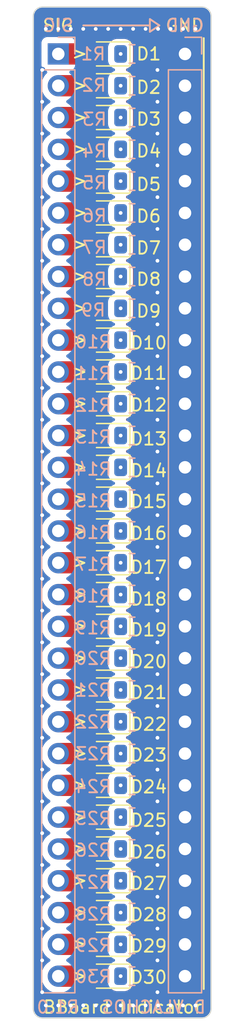
<source format=kicad_pcb>
(kicad_pcb (version 20221018) (generator pcbnew)
  (layers (0 "F.Cu" signal) (31 "B.Cu" signal) (34 "B.Paste" user) (35 "F.Paste" user) (36 "B.SilkS" user "B.Silkscreen") (37 "F.SilkS" user "F.Silkscreen") (38 "B.Mask" user) (39 "F.Mask" user) (44 "Edge.Cuts" user))
  (net 0 "")
  (net 1 "Net-(D1-K)")
  (net 2 "Net-(D1-A)")
  (net 3 "GND")
  (net 4 "Net-(D2-K)")
  (net 5 "Net-(D2-A)")
  (net 6 "Net-(D3-K)")
  (net 7 "Net-(D3-A)")
  (net 8 "Net-(D4-K)")
  (net 9 "Net-(D4-A)")
  (net 10 "Net-(D5-K)")
  (net 11 "Net-(D5-A)")
  (net 12 "Net-(D6-K)")
  (net 13 "Net-(D6-A)")
  (net 14 "Net-(D7-K)")
  (net 15 "Net-(D7-A)")
  (net 16 "Net-(D8-K)")
  (net 17 "Net-(D8-A)")
  (net 18 "Net-(D9-K)")
  (net 19 "Net-(D9-A)")
  (net 20 "Net-(D10-K)")
  (net 21 "Net-(D10-A)")
  (net 22 "Net-(D11-K)")
  (net 23 "Net-(D11-A)")
  (net 24 "Net-(D12-K)")
  (net 25 "Net-(D12-A)")
  (net 26 "Net-(D13-K)")
  (net 27 "Net-(D13-A)")
  (net 28 "Net-(D14-K)")
  (net 29 "Net-(D14-A)")
  (net 30 "Net-(D15-K)")
  (net 31 "Net-(D15-A)")
  (net 32 "Net-(D16-K)")
  (net 33 "Net-(D16-A)")
  (net 34 "Net-(D17-K)")
  (net 35 "Net-(D17-A)")
  (net 36 "Net-(D18-K)")
  (net 37 "Net-(D18-A)")
  (net 38 "Net-(D19-K)")
  (net 39 "Net-(D19-A)")
  (net 40 "Net-(D20-K)")
  (net 41 "Net-(D20-A)")
  (net 42 "Net-(D21-K)")
  (net 43 "Net-(D21-A)")
  (net 44 "Net-(D22-K)")
  (net 45 "Net-(D22-A)")
  (net 46 "Net-(D23-K)")
  (net 47 "Net-(D23-A)")
  (net 48 "Net-(D24-K)")
  (net 49 "Net-(D24-A)")
  (net 50 "Net-(D25-K)")
  (net 51 "Net-(D25-A)")
  (net 52 "Net-(D26-K)")
  (net 53 "Net-(D26-A)")
  (net 54 "Net-(D27-K)")
  (net 55 "Net-(D27-A)")
  (net 56 "Net-(D28-K)")
  (net 57 "Net-(D28-A)")
  (net 58 "Net-(D29-K)")
  (net 59 "Net-(D29-A)")
  (net 60 "Net-(D30-K)")
  (net 61 "Net-(D30-A)")
  (footprint "LED_SMD:LED_0805_2012Metric" (layer "F.Cu") (at 104.0625 130.96 180)
    (fp_text reference "D25")
    (fp_text value "LED")
  )
  (footprint "LED_SMD:LED_0805_2012Metric" (layer "F.Cu") (at 104.0625 85.24 180)
    (fp_text reference "D7")
    (fp_text value "LED")
  )
  (footprint "LED_SMD:LED_0805_2012Metric" (layer "F.Cu") (at 104.0625 128.42 180)
    (fp_text reference "D24")
    (fp_text value "LED")
  )
  (footprint "LED_SMD:LED_0805_2012Metric" (layer "F.Cu") (at 104.0625 125.88 180)
    (fp_text reference "D23")
    (fp_text value "LED")
  )
  (footprint "LED_SMD:LED_0805_2012Metric" (layer "F.Cu") (at 104.0625 80.16 180)
    (fp_text reference "D5")
    (fp_text value "LED")
  )
  (footprint "LED_SMD:LED_0805_2012Metric" (layer "F.Cu") (at 104.0625 110.64 180)
    (fp_text reference "D17")
    (fp_text value "LED")
  )
  (footprint "LED_SMD:LED_0805_2012Metric" (layer "F.Cu") (at 104.0625 87.78 180)
    (fp_text reference "D8")
    (fp_text value "LED")
  )
  (footprint "LED_SMD:LED_0805_2012Metric" (layer "F.Cu") (at 104.0625 72.54 180)
    (fp_text reference "D2")
    (fp_text value "LED")
  )
  (footprint "LED_SMD:LED_0805_2012Metric" (layer "F.Cu") (at 104.0625 143.66 180)
    (fp_text reference "D30")
    (fp_text value "LED")
  )
  (footprint "LED_SMD:LED_0805_2012Metric" (layer "F.Cu") (at 104.0625 138.58 180)
    (fp_text reference "D28")
    (fp_text value "LED")
  )
  (footprint "LED_SMD:LED_0805_2012Metric" (layer "F.Cu") (at 104.0625 70 180)
    (fp_text reference "D1")
    (fp_text value "LED")
  )
  (footprint "LED_SMD:LED_0805_2012Metric" (layer "F.Cu") (at 104.0625 108.1 180)
    (fp_text reference "D16")
    (fp_text value "LED")
  )
  (footprint "LED_SMD:LED_0805_2012Metric" (layer "F.Cu") (at 104.0625 97.94 180)
    (fp_text reference "D12")
    (fp_text value "LED")
  )
  (footprint "LED_SMD:LED_0805_2012Metric" (layer "F.Cu") (at 104.0625 103.02 180)
    (fp_text reference "D14")
    (fp_text value "LED")
  )
  (footprint "LED_SMD:LED_0805_2012Metric" (layer "F.Cu") (at 104.0625 123.34 180)
    (fp_text reference "D22")
    (fp_text value "LED")
  )
  (footprint "LED_SMD:LED_0805_2012Metric" (layer "F.Cu") (at 104.0625 115.72 180)
    (fp_text reference "D19")
    (fp_text value "LED")
  )
  (footprint "LED_SMD:LED_0805_2012Metric" (layer "F.Cu") (at 104.0625 136.04 180)
    (fp_text reference "D27")
    (fp_text value "LED")
  )
  (footprint "LED_SMD:LED_0805_2012Metric" (layer "F.Cu") (at 104.0625 120.8 180)
    (fp_text reference "D21")
    (fp_text value "LED")
  )
  (footprint "LED_SMD:LED_0805_2012Metric" (layer "F.Cu") (at 104.0625 95.4 180)
    (fp_text reference "D11")
    (fp_text value "LED")
  )
  (footprint "LED_SMD:LED_0805_2012Metric" (layer "F.Cu") (at 104.0625 105.56 180)
    (fp_text reference "D15")
    (fp_text value "LED")
  )
  (footprint "LED_SMD:LED_0805_2012Metric" (layer "F.Cu") (at 104.0625 113.18 180)
    (fp_text reference "D18")
    (fp_text value "LED")
  )
  (footprint "LED_SMD:LED_0805_2012Metric" (layer "F.Cu") (at 104.0625 141.12 180)
    (fp_text reference "D29")
    (fp_text value "LED")
  )
  (footprint "LED_SMD:LED_0805_2012Metric" (layer "F.Cu") (at 104.0625 118.26 180)
    (fp_text reference "D20")
    (fp_text value "LED")
  )
  (footprint "LED_SMD:LED_0805_2012Metric" (layer "F.Cu") (at 104.0625 75.08 180)
    (fp_text reference "D3")
    (fp_text value "LED")
  )
  (footprint "LED_SMD:LED_0805_2012Metric" (layer "F.Cu") (at 104.0625 90.32 180)
    (fp_text reference "D9")
    (fp_text value "LED")
  )
  (footprint "LED_SMD:LED_0805_2012Metric" (layer "F.Cu") (at 104.0625 92.86 180)
    (fp_text reference "D10")
    (fp_text value "LED")
  )
  (footprint "LED_SMD:LED_0805_2012Metric" (layer "F.Cu") (at 104.0625 100.48 180)
    (fp_text reference "D13")
    (fp_text value "LED")
  )
  (footprint "LED_SMD:LED_0805_2012Metric" (layer "F.Cu") (at 104.0625 77.62 180)
    (fp_text reference "D4")
    (fp_text value "LED")
  )
  (footprint "LED_SMD:LED_0805_2012Metric" (layer "F.Cu") (at 104.0625 133.5 180)
    (fp_text reference "D26")
    (fp_text value "LED")
  )
  (footprint "LED_SMD:LED_0805_2012Metric" (layer "F.Cu") (at 104.0625 82.7 180)
    (fp_text reference "D6")
    (fp_text value "LED")
  )
  (footprint "Resistor_SMD:R_0805_2012Metric" (layer "B.Cu") (at 105.9125 113.18)
    (fp_text reference "R18")
    (fp_text value "150R")
  )
  (footprint "Resistor_SMD:R_0805_2012Metric" (layer "B.Cu") (at 105.9125 72.54)
    (fp_text reference "R2")
    (fp_text value "150R")
  )
  (footprint "Resistor_SMD:R_0805_2012Metric" (layer "B.Cu") (at 105.9125 77.62)
    (fp_text reference "R4")
    (fp_text value "150R")
  )
  (footprint "Resistor_SMD:R_0805_2012Metric" (layer "B.Cu") (at 105.9125 95.4)
    (fp_text reference "R11")
    (fp_text value "150R")
  )
  (footprint "Resistor_SMD:R_0805_2012Metric" (layer "B.Cu") (at 105.9125 141.12)
    (fp_text reference "R29")
    (fp_text value "150R")
  )
  (footprint "Resistor_SMD:R_0805_2012Metric" (layer "B.Cu") (at 105.9125 143.66)
    (fp_text reference "R30")
    (fp_text value "150R")
  )
  (footprint "Resistor_SMD:R_0805_2012Metric" (layer "B.Cu") (at 105.9125 87.78)
    (fp_text reference "R8")
    (fp_text value "150R")
  )
  (footprint "Connector_PinHeader_2.54mm:PinHeader_1x30_P2.54mm_Vertical" (layer "B.Cu") (at 100 70 180)
    (fp_text reference "SIG")
    (fp_text value "Conn_01x30")
  )
  (footprint "Connector_PinHeader_2.54mm:PinHeader_1x30_P2.54mm_Vertical" (layer "B.Cu") (at 110.16 70 180)
    (fp_text reference "GND")
    (fp_text value "Conn_01x30")
  )
  (footprint "Resistor_SMD:R_0805_2012Metric" (layer "B.Cu") (at 105.9125 125.88)
    (fp_text reference "R23")
    (fp_text value "150R")
  )
  (footprint "Resistor_SMD:R_0805_2012Metric" (layer "B.Cu") (at 105.9125 103.02)
    (fp_text reference "R14")
    (fp_text value "150R")
  )
  (footprint "Resistor_SMD:R_0805_2012Metric" (layer "B.Cu") (at 105.9125 80.16)
    (fp_text reference "R5")
    (fp_text value "150R")
  )
  (footprint "Resistor_SMD:R_0805_2012Metric" (layer "B.Cu") (at 105.9125 133.5)
    (fp_text reference "R26")
    (fp_text value "150R")
  )
  (footprint "Resistor_SMD:R_0805_2012Metric" (layer "B.Cu") (at 105.9125 92.86)
    (fp_text reference "R10")
    (fp_text value "150R")
  )
  (footprint "Resistor_SMD:R_0805_2012Metric" (layer "B.Cu") (at 105.9125 136.04)
    (fp_text reference "R27")
    (fp_text value "150R")
  )
  (footprint "Resistor_SMD:R_0805_2012Metric" (layer "B.Cu") (at 105.9125 108.1)
    (fp_text reference "R16")
    (fp_text value "150R")
  )
  (footprint "Resistor_SMD:R_0805_2012Metric" (layer "B.Cu") (at 105.9125 110.64)
    (fp_text reference "R17")
    (fp_text value "150R")
  )
  (footprint "Resistor_SMD:R_0805_2012Metric" (layer "B.Cu") (at 105.9125 90.32)
    (fp_text reference "R9")
    (fp_text value "150R")
  )
  (footprint "Resistor_SMD:R_0805_2012Metric" (layer "B.Cu") (at 105.9125 105.56)
    (fp_text reference "R15")
    (fp_text value "150R")
  )
  (footprint "Resistor_SMD:R_0805_2012Metric" (layer "B.Cu") (at 105.9125 115.72)
    (fp_text reference "R19")
    (fp_text value "150R")
  )
  (footprint "Resistor_SMD:R_0805_2012Metric" (layer "B.Cu") (at 105.9125 97.94)
    (fp_text reference "R12")
    (fp_text value "150R")
  )
  (footprint "Resistor_SMD:R_0805_2012Metric" (layer "B.Cu") (at 105.9125 100.48)
    (fp_text reference "R13")
    (fp_text value "150R")
  )
  (footprint "Resistor_SMD:R_0805_2012Metric" (layer "B.Cu") (at 105.9125 118.26)
    (fp_text reference "R20")
    (fp_text value "150R")
  )
  (footprint "Resistor_SMD:R_0805_2012Metric" (layer "B.Cu") (at 105.9125 123.34)
    (fp_text reference "R22")
    (fp_text value "150R")
  )
  (footprint "Resistor_SMD:R_0805_2012Metric" (layer "B.Cu") (at 105.9125 85.24)
    (fp_text reference "R7")
    (fp_text value "150R")
  )
  (footprint "Resistor_SMD:R_0805_2012Metric" (layer "B.Cu") (at 105.9125 130.96)
    (fp_text reference "R25")
    (fp_text value "150R")
  )
  (footprint "Resistor_SMD:R_0805_2012Metric" (layer "B.Cu") (at 105.9125 82.7)
    (fp_text reference "R6")
    (fp_text value "150R")
  )
  (footprint "Resistor_SMD:R_0805_2012Metric" (layer "B.Cu") (at 105.9125 75.08)
    (fp_text reference "R3")
    (fp_text value "150R")
  )
  (footprint "Resistor_SMD:R_0805_2012Metric" (layer "B.Cu") (at 105.9125 70)
    (fp_text reference "R1")
    (fp_text value "150R")
  )
  (footprint "Resistor_SMD:R_0805_2012Metric" (layer "B.Cu") (at 105.9125 138.58)
    (fp_text reference "R28")
    (fp_text value "150R")
  )
  (footprint "Resistor_SMD:R_0805_2012Metric" (layer "B.Cu") (at 105.9125 128.42)
    (fp_text reference "R24")
    (fp_text value "150R")
  )
  (footprint "Resistor_SMD:R_0805_2012Metric" (layer "B.Cu") (at 105.9125 120.8)
    (fp_text reference "R21")
    (fp_text value "150R")
  )
  (gr_line (start 107.344 68.232) (end 108.106 67.724) (stroke (width 0.15)) (layer "B.SilkS"))
  (gr_line (start 107.344 67.724) (end 102.01 67.724) (stroke (width 0.15)) (layer "B.SilkS"))
  (gr_line (start 108.106 67.724) (end 107.344 67.216) (stroke (width 0.15)) (layer "B.SilkS"))
  (gr_line (start 107.344 67.216) (end 107.344 68.232) (stroke (width 0.15)) (layer "B.SilkS"))
  (gr_line (start 108.106 67.724) (end 107.344 67.216) (stroke (width 0.15)) (layer "F.SilkS"))
  (gr_line (start 107.344 67.216) (end 107.344 68.232) (stroke (width 0.15)) (layer "F.SilkS"))
  (gr_line (start 111.662 68.74) (end 111.662 144.686) (stroke (width 0.15)) (layer "F.SilkS"))
  (gr_line (start 102.01 67.724) (end 107.344 67.724) (stroke (width 0.15)) (layer "F.SilkS"))
  (gr_line (start 107.344 68.232) (end 108.106 67.724) (stroke (width 0.15)) (layer "F.SilkS"))
  (gr_line (start 98 67) (end 98 146.25) (stroke (width 0.1)) (layer "Edge.Cuts"))
  (gr_arc (start 98 67) (mid 98.21967 66.46967) (end 98.75 66.25) (stroke (width 0.1)) (layer "Edge.Cuts"))
  (gr_line (start 111.5 66.25) (end 98.75 66.25) (stroke (width 0.1)) (layer "Edge.Cuts"))
  (gr_line (start 112.25 146.25) (end 112.25 67) (stroke (width 0.1)) (layer "Edge.Cuts"))
  (gr_arc (start 111.5 66.25) (mid 112.03033 66.46967) (end 112.25 67) (stroke (width 0.1)) (layer "Edge.Cuts"))
  (gr_arc (start 112.25 146.25) (mid 112.03033 146.78033) (end 111.5 147) (stroke (width 0.1)) (layer "Edge.Cuts"))
  (gr_arc (start 98.75 147) (mid 98.21967 146.78033) (end 98 146.25) (stroke (width 0.1)) (layer "Edge.Cuts"))
  (gr_line (start 98.75 147) (end 111.5 147) (stroke (width 0.1)) (layer "Edge.Cuts"))
  (gr_text "R1.0" (at 101.756 146.718) (layer "B.SilkS") (effects (font (size 1 1)) (justify left bottom mirror)))
  (gr_text "D VLACHOS" (at 111.916 146.718) (layer "B.SilkS") (effects (font (size 1 1)) (justify left bottom mirror)))
  (gr_text ">" (at 100.994 80.678) (layer "F.SilkS") (effects (font (size 1 1)) (justify left bottom)))
  (gr_text ">" (at 100.994 85.758) (layer "F.SilkS") (effects (font (size 1 1)) (justify left bottom)))
  (gr_text ">" (at 100.994 70.518) (layer "F.SilkS") (effects (font (size 1 1)) (justify left bottom)))
  (gr_text ">" (at 100.994 108.618) (layer "F.SilkS") (effects (font (size 1 1)) (justify left bottom)))
  (gr_text ">" (at 100.994 139.098) (layer "F.SilkS") (effects (font (size 1 1)) (justify left bottom)))
  (gr_text ">" (at 100.994 126.398) (layer "F.SilkS") (effects (font (size 1 1)) (justify left bottom)))
  (gr_text ">" (at 100.994 131.478) (layer "F.SilkS") (effects (font (size 1 1)) (justify left bottom)))
  (gr_text ">" (at 100.994 98.458) (layer "F.SilkS") (effects (font (size 1 1)) (justify left bottom)))
  (gr_text ">" (at 100.994 106.078) (layer "F.SilkS") (effects (font (size 1 1)) (justify left bottom)))
  (gr_text ">" (at 100.994 88.298) (layer "F.SilkS") (effects (font (size 1 1)) (justify left bottom)))
  (gr_text ">" (at 100.994 141.638) (layer "F.SilkS") (effects (font (size 1 1)) (justify left bottom)))
  (gr_text ">" (at 100.994 121.318) (layer "F.SilkS") (effects (font (size 1 1)) (justify left bottom)))
  (gr_text ">" (at 100.994 73.058) (layer "F.SilkS") (effects (font (size 1 1)) (justify left bottom)))
  (gr_text ">" (at 100.994 78.138) (layer "F.SilkS") (effects (font (size 1 1)) (justify left bottom)))
  (gr_text ">" (at 100.994 93.378) (layer "F.SilkS") (effects (font (size 1 1)) (justify left bottom)))
  (gr_text "BBoard Indicator\n" (at 98.708 146.718) (layer "F.SilkS") (effects (font (size 1 1)) (justify left bottom)))
  (gr_text ">" (at 100.994 144.178) (layer "F.SilkS") (effects (font (size 1 1)) (justify left bottom)))
  (gr_text ">" (at 100.994 83.218) (layer "F.SilkS") (effects (font (size 1 1)) (justify left bottom)))
  (gr_text ">" (at 100.994 90.838) (layer "F.SilkS") (effects (font (size 1 1)) (justify left bottom)))
  (gr_text ">" (at 100.994 95.918) (layer "F.SilkS") (effects (font (size 1 1)) (justify left bottom)))
  (gr_text "SIG" (at 99.978 67.724) (layer "F.SilkS") (effects (font (size 1 1))))
  (gr_text ">" (at 100.994 113.698) (layer "F.SilkS") (effects (font (size 1 1)) (justify left bottom)))
  (gr_text ">" (at 100.994 136.558) (layer "F.SilkS") (effects (font (size 1 1)) (justify left bottom)))
  (gr_text ">" (at 100.994 111.158) (layer "F.SilkS") (effects (font (size 1 1)) (justify left bottom)))
  (gr_text ">" (at 100.994 134.018) (layer "F.SilkS") (effects (font (size 1 1)) (justify left bottom)))
  (gr_text ">" (at 100.994 103.538) (layer "F.SilkS") (effects (font (size 1 1)) (justify left bottom)))
  (gr_text ">" (at 100.994 128.938) (layer "F.SilkS") (effects (font (size 1 1)) (justify left bottom)))
  (gr_text ">" (at 100.994 100.998) (layer "F.SilkS") (effects (font (size 1 1)) (justify left bottom)))
  (gr_text ">" (at 100.994 118.778) (layer "F.SilkS") (effects (font (size 1 1)) (justify left bottom)))
  (gr_text ">" (at 100.994 116.238) (layer "F.SilkS") (effects (font (size 1 1)) (justify left bottom)))
  (gr_text ">" (at 100.994 75.598) (layer "F.SilkS") (effects (font (size 1 1)) (justify left bottom)))
  (gr_text "GND" (at 110.138 67.724) (layer "F.SilkS") (effects (font (size 1 1))))
  (gr_text ">" (at 100.994 123.858) (layer "F.SilkS") (effects (font (size 1 1)) (justify left bottom)))
  (via (at 105 70) (size 0.5) (drill 0.3) (layers "F.Cu" "B.Cu") (net 1))
  (segment (start 100 70) (end 103.125 70) (width 1.7) (layer "F.Cu") (net 2))
  (via (at 98.708 73.82) (size 0.5) (drill 0.3) (layers "F.Cu" "B.Cu") (net 3))
  (via (at 107.95 137.32) (size 0.5) (drill 0.3) (layers "F.Cu" "B.Cu") (net 3))
  (via (at 98.708 76.36) (size 0.5) (drill 0.3) (layers "F.Cu" "B.Cu") (net 3))
  (via (at 98.708 142.4) (size 0.5) (drill 0.3) (layers "F.Cu" "B.Cu") (net 3))
  (via (at 99 146) (size 0.5) (drill 0.3) (layers "F.Cu" "B.Cu") (net 3))
  (via (at 107.95 83.98) (size 0.5) (drill 0.3) (layers "F.Cu" "B.Cu") (net 3))
  (via (at 98.708 124.62) (size 0.5) (drill 0.3) (layers "F.Cu" "B.Cu") (net 3))
  (via (at 107.95 142.4) (size 0.5) (drill 0.3) (layers "F.Cu" "B.Cu") (net 3))
  (via (at 98.708 122.08) (size 0.5) (drill 0.3) (layers "F.Cu" "B.Cu") (net 3))
  (via (at 110 68) (size 0.5) (drill 0.3) (layers "F.Cu" "B.Cu") (net 3))
  (via (at 107.95 73.82) (size 0.5) (drill 0.3) (layers "F.Cu" "B.Cu") (net 3))
  (via (at 108 68) (size 0.5) (drill 0.3) (layers "F.Cu" "B.Cu") (net 3))
  (via (at 107 146) (size 0.5) (drill 0.3) (layers "F.Cu" "B.Cu") (net 3))
  (via (at 107.95 86.52) (size 0.5) (drill 0.3) (layers "F.Cu" "B.Cu") (net 3))
  (via (at 107.95 122.08) (size 0.5) (drill 0.3) (layers "F.Cu" "B.Cu") (net 3))
  (via (at 107.95 139.86) (size 0.5) (drill 0.3) (layers "F.Cu" "B.Cu") (net 3))
  (via (at 107.95 94.14) (size 0.5) (drill 0.3) (layers "F.Cu" "B.Cu") (net 3))
  (via (at 98.708 114.46) (size 0.5) (drill 0.3) (layers "F.Cu" "B.Cu") (net 3))
  (via (at 104 68) (size 0.5) (drill 0.3) (layers "F.Cu" "B.Cu") (net 3))
  (via (at 107.95 119.54) (size 0.5) (drill 0.3) (layers "F.Cu" "B.Cu") (net 3))
  (via (at 107.95 111.92) (size 0.5) (drill 0.3) (layers "F.Cu" "B.Cu") (net 3))
  (via (at 107.95 134.78) (size 0.5) (drill 0.3) (layers "F.Cu" "B.Cu") (net 3))
  (via (at 107.95 101.76) (size 0.5) (drill 0.3) (layers "F.Cu" "B.Cu") (net 3))
  (via (at 107.95 71.28) (size 0.5) (drill 0.3) (layers "F.Cu" "B.Cu") (net 3))
  (via (at 98.708 86.52) (size 0.5) (drill 0.3) (layers "F.Cu" "B.Cu") (net 3))
  (via (at 99 68) (size 0.5) (drill 0.3) (layers "F.Cu" "B.Cu") (net 3))
  (via (at 107.95 78.9) (size 0.5) (drill 0.3) (layers "F.Cu" "B.Cu") (net 3))
  (via (at 98.708 117) (size 0.5) (drill 0.3) (layers "F.Cu" "B.Cu") (net 3))
  (via (at 107.95 129.7) (size 0.5) (drill 0.3) (layers "F.Cu" "B.Cu") (net 3))
  (via (at 98.708 109.38) (size 0.5) (drill 0.3) (layers "F.Cu" "B.Cu") (net 3))
  (via (at 111 68) (size 0.5) (drill 0.3) (layers "F.Cu" "B.Cu") (net 3))
  (via (at 98.708 111.92) (size 0.5) (drill 0.3) (layers "F.Cu" "B.Cu") (net 3))
  (via (at 98.708 94.14) (size 0.5) (drill 0.3) (layers "F.Cu" "B.Cu") (net 3))
  (via (at 107.95 127.16) (size 0.5) (drill 0.3) (layers "F.Cu" "B.Cu") (net 3))
  (via (at 98.708 134.78) (size 0.5) (drill 0.3) (layers "F.Cu" "B.Cu") (net 3))
  (via (at 109 68) (size 0.5) (drill 0.3) (layers "F.Cu" "B.Cu") (net 3))
  (via (at 98.708 78.9) (size 0.5) (drill 0.3) (layers "F.Cu" "B.Cu") (net 3))
  (via (at 100 146) (size 0.5) (drill 0.3) (layers "F.Cu" "B.Cu") (net 3))
  (via (at 98.708 96.68) (size 0.5) (drill 0.3) (layers "F.Cu" "B.Cu") (net 3))
  (via (at 98.708 137.32) (size 0.5) (drill 0.3) (layers "F.Cu" "B.Cu") (net 3))
  (via (at 98.708 119.54) (size 0.5) (drill 0.3) (layers "F.Cu" "B.Cu") (net 3))
  (via (at 100 68) (size 0.5) (drill 0.3) (layers "F.Cu" "B.Cu") (net 3))
  (via (at 98.708 81.44) (size 0.5) (drill 0.3) (layers "F.Cu" "B.Cu") (net 3))
  (via (at 106 68) (size 0.5) (drill 0.3) (layers "F.Cu" "B.Cu") (net 3))
  (via (at 101 68) (size 0.5) (drill 0.3) (layers "F.Cu" "B.Cu") (net 3))
  (via (at 107.95 144.94) (size 0.5) (drill 0.3) (layers "F.Cu" "B.Cu") (net 3))
  (via (at 107.95 91.6) (size 0.5) (drill 0.3) (layers "F.Cu" "B.Cu") (net 3))
  (via (at 98.708 71.28) (size 0.5) (drill 0.3) (layers "F.Cu" "B.Cu") (net 3))
  (via (at 107.95 109.38) (size 0.5) (drill 0.3) (layers "F.Cu" "B.Cu") (net 3))
  (via (at 107.95 96.68) (size 0.5) (drill 0.3) (layers "F.Cu" "B.Cu") (net 3))
  (via (at 107.95 104.3) (size 0.5) (drill 0.3) (layers "F.Cu" "B.Cu") (net 3))
  (via (at 98.708 89.06) (size 0.5) (drill 0.3) (layers "F.Cu" "B.Cu") (net 3))
  (via (at 103 146) (size 0.5) (drill 0.3) (layers "F.Cu" "B.Cu") (net 3))
  (via (at 107 68) (size 0.5) (drill 0.3) (layers "F.Cu" "B.Cu") (net 3))
  (via (at 107.95 117) (size 0.5) (drill 0.3) (layers "F.Cu" "B.Cu") (net 3))
  (via (at 103 68) (size 0.5) (drill 0.3) (layers "F.Cu" "B.Cu") (net 3))
  (via (at 102 146) (size 0.5) (drill 0.3) (layers "F.Cu" "B.Cu") (net 3))
  (via (at 98.708 132.24) (size 0.5) (drill 0.3) (layers "F.Cu" "B.Cu") (net 3))
  (via (at 98.708 144.94) (size 0.5) (drill 0.3) (layers "F.Cu" "B.Cu") (net 3))
  (via (at 98.708 127.16) (size 0.5) (drill 0.3) (layers "F.Cu" "B.Cu") (net 3))
  (via (at 98.708 129.7) (size 0.5) (drill 0.3) (layers "F.Cu" "B.Cu") (net 3))
  (via (at 98.708 99.22) (size 0.5) (drill 0.3) (layers "F.Cu" "B.Cu") (net 3))
  (via (at 110 146) (size 0.5) (drill 0.3) (layers "F.Cu" "B.Cu") (net 3))
  (via (at 102 68) (size 0.5) (drill 0.3) (layers "F.Cu" "B.Cu") (net 3))
  (via (at 107.95 114.46) (size 0.5) (drill 0.3) (layers "F.Cu" "B.Cu") (net 3))
  (via (at 107.95 124.62) (size 0.5) (drill 0.3) (layers "F.Cu" "B.Cu") (net 3))
  (via (at 108 146) (size 0.5) (drill 0.3) (layers "F.Cu" "B.Cu") (net 3))
  (via (at 107.95 99.22) (size 0.5) (drill 0.3) (layers "F.Cu" "B.Cu") (net 3))
  (via (at 98.708 83.98) (size 0.5) (drill 0.3) (layers "F.Cu" "B.Cu") (net 3))
  (via (at 107.95 132.24) (size 0.5) (drill 0.3) (layers "F.Cu" "B.Cu") (net 3))
  (via (at 101 146) (size 0.5) (drill 0.3) (layers "F.Cu" "B.Cu") (net 3))
  (via (at 111 146) (size 0.5) (drill 0.3) (layers "F.Cu" "B.Cu") (net 3))
  (via (at 105 68) (size 0.5) (drill 0.3) (layers "F.Cu" "B.Cu") (net 3))
  (via (at 104 146) (size 0.5) (drill 0.3) (layers "F.Cu" "B.Cu") (net 3))
  (via (at 109 146) (size 0.5) (drill 0.3) (layers "F.Cu" "B.Cu") (net 3))
  (via (at 98.708 106.84) (size 0.5) (drill 0.3) (layers "F.Cu" "B.Cu") (net 3))
  (via (at 107.95 106.84) (size 0.5) (drill 0.3) (layers "F.Cu" "B.Cu") (net 3))
  (via (at 106 146) (size 0.5) (drill 0.3) (layers "F.Cu" "B.Cu") (net 3))
  (via (at 98.708 104.3) (size 0.5) (drill 0.3) (layers "F.Cu" "B.Cu") (net 3))
  (via (at 105 146) (size 0.5) (drill 0.3) (layers "F.Cu" "B.Cu") (net 3))
  (via (at 107.95 81.44) (size 0.5) (drill 0.3) (layers "F.Cu" "B.Cu") (net 3))
  (via (at 98.708 101.76) (size 0.5) (drill 0.3) (layers "F.Cu" "B.Cu") (net 3))
  (via (at 107.95 76.36) (size 0.5) (drill 0.3) (layers "F.Cu" "B.Cu") (net 3))
  (via (at 98.708 91.6) (size 0.5) (drill 0.3) (layers "F.Cu" "B.Cu") (net 3))
  (via (at 98.708 139.86) (size 0.5) (drill 0.3) (layers "F.Cu" "B.Cu") (net 3))
  (via (at 107.95 89.06) (size 0.5) (drill 0.3) (layers "F.Cu" "B.Cu") (net 3))
  (via (at 105 72.54) (size 0.5) (drill 0.3) (layers "F.Cu" "B.Cu") (net 4))
  (segment (start 100 72.54) (end 103.125 72.54) (width 1.7) (layer "F.Cu") (net 5))
  (via (at 105 75.08) (size 0.5) (drill 0.3) (layers "F.Cu" "B.Cu") (net 6))
  (segment (start 100 75.08) (end 103.125 75.08) (width 1.7) (layer "F.Cu") (net 7))
  (via (at 105 77.62) (size 0.5) (drill 0.3) (layers "F.Cu" "B.Cu") (net 8))
  (segment (start 100 77.62) (end 103.125 77.62) (width 1.7) (layer "F.Cu") (net 9))
  (via (at 105 80.16) (size 0.5) (drill 0.3) (layers "F.Cu" "B.Cu") (net 10))
  (segment (start 100 80.16) (end 103.125 80.16) (width 1.7) (layer "F.Cu") (net 11))
  (via (at 105 82.7) (size 0.5) (drill 0.3) (layers "F.Cu" "B.Cu") (net 12))
  (segment (start 100 82.7) (end 103.125 82.7) (width 1.7) (layer "F.Cu") (net 13))
  (via (at 105 85.24) (size 0.5) (drill 0.3) (layers "F.Cu" "B.Cu") (net 14))
  (segment (start 103.125 85.24) (end 100 85.24) (width 1.7) (layer "F.Cu") (net 15))
  (via (at 105 87.78) (size 0.5) (drill 0.3) (layers "F.Cu" "B.Cu") (net 16))
  (segment (start 100 87.78) (end 103.125 87.78) (width 1.7) (layer "F.Cu") (net 17))
  (via (at 105 90.32) (size 0.5) (drill 0.3) (layers "F.Cu" "B.Cu") (net 18))
  (segment (start 100 90.32) (end 103.125 90.32) (width 1.7) (layer "F.Cu") (net 19))
  (via (at 105 92.86) (size 0.5) (drill 0.3) (layers "F.Cu" "B.Cu") (net 20))
  (segment (start 100 92.86) (end 103.125 92.86) (width 1.7) (layer "F.Cu") (net 21))
  (via (at 105 95.4) (size 0.5) (drill 0.3) (layers "F.Cu" "B.Cu") (net 22))
  (segment (start 103.125 95.4) (end 100 95.4) (width 1.7) (layer "F.Cu") (net 23))
  (via (at 105 97.94) (size 0.5) (drill 0.3) (layers "F.Cu" "B.Cu") (net 24))
  (segment (start 100 97.94) (end 103.125 97.94) (width 1.7) (layer "F.Cu") (net 25))
  (via (at 105 100.48) (size 0.5) (drill 0.3) (layers "F.Cu" "B.Cu") (net 26))
  (segment (start 103.125 100.48) (end 100 100.48) (width 1.7) (layer "F.Cu") (net 27))
  (via (at 105 103.02) (size 0.5) (drill 0.3) (layers "F.Cu" "B.Cu") (net 28))
  (segment (start 100 103.02) (end 103.125 103.02) (width 1.7) (layer "F.Cu") (net 29))
  (via (at 105 105.56) (size 0.5) (drill 0.3) (layers "F.Cu" "B.Cu") (net 30))
  (segment (start 103.125 105.56) (end 100 105.56) (width 1.7) (layer "F.Cu") (net 31))
  (via (at 105 108.1) (size 0.5) (drill 0.3) (layers "F.Cu" "B.Cu") (net 32))
  (segment (start 100 108.1) (end 103.125 108.1) (width 1.7) (layer "F.Cu") (net 33))
  (via (at 105 110.64) (size 0.5) (drill 0.3) (layers "F.Cu" "B.Cu") (net 34))
  (segment (start 100 110.64) (end 103.125 110.64) (width 1.7) (layer "F.Cu") (net 35))
  (via (at 105 113.18) (size 0.5) (drill 0.3) (layers "F.Cu" "B.Cu") (net 36))
  (segment (start 100 113.18) (end 103.125 113.18) (width 1.7) (layer "F.Cu") (net 37))
  (via (at 105 115.72) (size 0.5) (drill 0.3) (layers "F.Cu" "B.Cu") (net 38))
  (segment (start 103.125 115.72) (end 100 115.72) (width 1.7) (layer "F.Cu") (net 39))
  (via (at 105 118.26) (size 0.5) (drill 0.3) (layers "F.Cu" "B.Cu") (net 40))
  (segment (start 100 118.26) (end 103.125 118.26) (width 1.7) (layer "F.Cu") (net 41))
  (via (at 105 120.8) (size 0.5) (drill 0.3) (layers "F.Cu" "B.Cu") (net 42))
  (segment (start 103.125 120.8) (end 100 120.8) (width 1.7) (layer "F.Cu") (net 43))
  (via (at 105 123.34) (size 0.5) (drill 0.3) (layers "F.Cu" "B.Cu") (net 44))
  (segment (start 100 123.34) (end 103.125 123.34) (width 1.7) (layer "F.Cu") (net 45))
  (via (at 105 125.88) (size 0.5) (drill 0.3) (layers "F.Cu" "B.Cu") (net 46))
  (segment (start 103.125 125.88) (end 100 125.88) (width 1.7) (layer "F.Cu") (net 47))
  (via (at 105 128.42) (size 0.5) (drill 0.3) (layers "F.Cu" "B.Cu") (net 48))
  (segment (start 100 128.42) (end 103.125 128.42) (width 1.7) (layer "F.Cu") (net 49))
  (via (at 105 130.96) (size 0.5) (drill 0.3) (layers "F.Cu" "B.Cu") (net 50))
  (segment (start 100 130.96) (end 103.125 130.96) (width 1.7) (layer "F.Cu") (net 51))
  (via (at 105 133.5) (size 0.5) (drill 0.3) (layers "F.Cu" "B.Cu") (net 52))
  (segment (start 100 133.5) (end 103.125 133.5) (width 1.7) (layer "F.Cu") (net 53))
  (via (at 105 136.04) (size 0.5) (drill 0.3) (layers "F.Cu" "B.Cu") (net 54))
  (segment (start 103.125 136.04) (end 100 136.04) (width 1.7) (layer "F.Cu") (net 55))
  (via (at 105 138.58) (size 0.5) (drill 0.3) (layers "F.Cu" "B.Cu") (net 56))
  (segment (start 100 138.58) (end 103.125 138.58) (width 1.7) (layer "F.Cu") (net 57))
  (via (at 105 141.12) (size 0.5) (drill 0.3) (layers "F.Cu" "B.Cu") (net 58))
  (segment (start 103.125 141.12) (end 100 141.12) (width 1.7) (layer "F.Cu") (net 59))
  (via (at 105 143.66) (size 0.5) (drill 0.3) (layers "F.Cu" "B.Cu") (net 60))
  (segment (start 100 143.66) (end 103.125 143.66) (width 1.7) (layer "F.Cu") (net 61))
  (zone (net 3) (net_name "GND") (layers "F&B.Cu") (connect_pads yes (clearance 0.5)) (min_thickness 0.25) (fill yes (thermal_gap 0.5) (thermal_bridge_width 0.5))
    (polygon (pts (xy 97.438 65.692) (xy 97.184 147.48) (xy 112.932 147.48) (xy 112.932 65.692)))
  )
)
</source>
